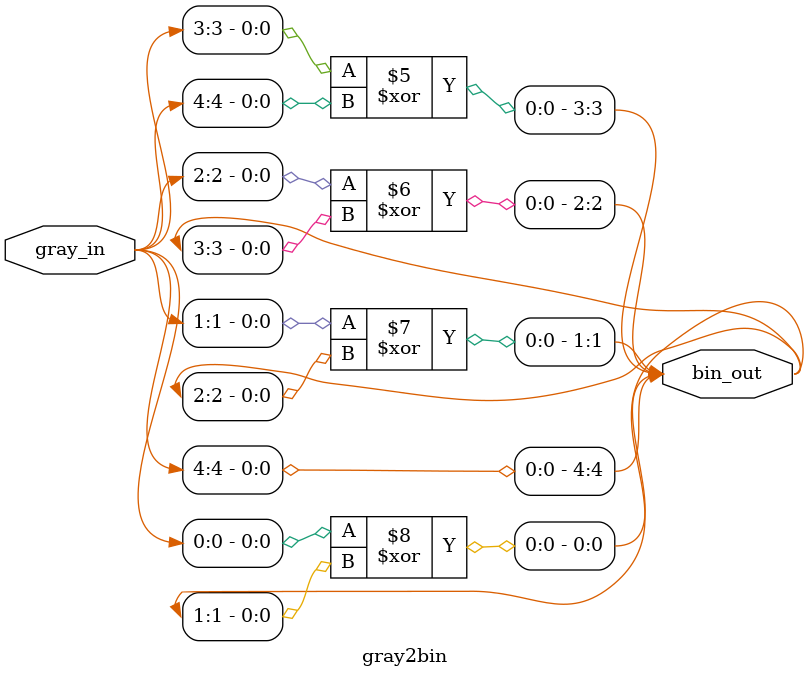
<source format=sv>
module gray2bin #(parameter WIDTH = 5)
(
    input  logic [WIDTH-1:0] gray_in,
    output logic [WIDTH-1:0] bin_out
);
    always_comb begin
        // The MSB is always identical in both representations
        bin_out[WIDTH-1] = gray_in[WIDTH-1];
        
        // Iterate from MSB-1 down to LSB using XOR chain
        for (int i = WIDTH-2; i >= 0; i--) begin
            bin_out[i] = gray_in[i] ^ bin_out[i+1];
        end
    end
endmodule
</source>
